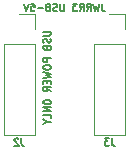
<source format=gbr>
%TF.GenerationSoftware,KiCad,Pcbnew,(6.0.1)*%
%TF.CreationDate,2022-03-20T21:24:39-04:00*%
%TF.ProjectId,jwrr3-usb-5v,6a777272-332d-4757-9362-2d35762e6b69,rev?*%
%TF.SameCoordinates,Original*%
%TF.FileFunction,Legend,Bot*%
%TF.FilePolarity,Positive*%
%FSLAX46Y46*%
G04 Gerber Fmt 4.6, Leading zero omitted, Abs format (unit mm)*
G04 Created by KiCad (PCBNEW (6.0.1)) date 2022-03-20 21:24:39*
%MOMM*%
%LPD*%
G01*
G04 APERTURE LIST*
%ADD10C,0.150000*%
%ADD11C,0.120000*%
G04 APERTURE END LIST*
D10*
X118871428Y-66232571D02*
X119357142Y-66232571D01*
X119414285Y-66261142D01*
X119442857Y-66289714D01*
X119471428Y-66346857D01*
X119471428Y-66461142D01*
X119442857Y-66518285D01*
X119414285Y-66546857D01*
X119357142Y-66575428D01*
X118871428Y-66575428D01*
X119442857Y-66832571D02*
X119471428Y-66918285D01*
X119471428Y-67061142D01*
X119442857Y-67118285D01*
X119414285Y-67146857D01*
X119357142Y-67175428D01*
X119300000Y-67175428D01*
X119242857Y-67146857D01*
X119214285Y-67118285D01*
X119185714Y-67061142D01*
X119157142Y-66946857D01*
X119128571Y-66889714D01*
X119100000Y-66861142D01*
X119042857Y-66832571D01*
X118985714Y-66832571D01*
X118928571Y-66861142D01*
X118900000Y-66889714D01*
X118871428Y-66946857D01*
X118871428Y-67089714D01*
X118900000Y-67175428D01*
X119157142Y-67632571D02*
X119185714Y-67718285D01*
X119214285Y-67746857D01*
X119271428Y-67775428D01*
X119357142Y-67775428D01*
X119414285Y-67746857D01*
X119442857Y-67718285D01*
X119471428Y-67661142D01*
X119471428Y-67432571D01*
X118871428Y-67432571D01*
X118871428Y-67632571D01*
X118900000Y-67689714D01*
X118928571Y-67718285D01*
X118985714Y-67746857D01*
X119042857Y-67746857D01*
X119100000Y-67718285D01*
X119128571Y-67689714D01*
X119157142Y-67632571D01*
X119157142Y-67432571D01*
X119471428Y-68489714D02*
X118871428Y-68489714D01*
X118871428Y-68718285D01*
X118900000Y-68775428D01*
X118928571Y-68804000D01*
X118985714Y-68832571D01*
X119071428Y-68832571D01*
X119128571Y-68804000D01*
X119157142Y-68775428D01*
X119185714Y-68718285D01*
X119185714Y-68489714D01*
X118871428Y-69204000D02*
X118871428Y-69318285D01*
X118900000Y-69375428D01*
X118957142Y-69432571D01*
X119071428Y-69461142D01*
X119271428Y-69461142D01*
X119385714Y-69432571D01*
X119442857Y-69375428D01*
X119471428Y-69318285D01*
X119471428Y-69204000D01*
X119442857Y-69146857D01*
X119385714Y-69089714D01*
X119271428Y-69061142D01*
X119071428Y-69061142D01*
X118957142Y-69089714D01*
X118900000Y-69146857D01*
X118871428Y-69204000D01*
X118871428Y-69661142D02*
X119471428Y-69804000D01*
X119042857Y-69918285D01*
X119471428Y-70032571D01*
X118871428Y-70175428D01*
X119157142Y-70404000D02*
X119157142Y-70604000D01*
X119471428Y-70689714D02*
X119471428Y-70404000D01*
X118871428Y-70404000D01*
X118871428Y-70689714D01*
X119471428Y-71289714D02*
X119185714Y-71089714D01*
X119471428Y-70946857D02*
X118871428Y-70946857D01*
X118871428Y-71175428D01*
X118900000Y-71232571D01*
X118928571Y-71261142D01*
X118985714Y-71289714D01*
X119071428Y-71289714D01*
X119128571Y-71261142D01*
X119157142Y-71232571D01*
X119185714Y-71175428D01*
X119185714Y-70946857D01*
X118871428Y-72118285D02*
X118871428Y-72232571D01*
X118900000Y-72289714D01*
X118957142Y-72346857D01*
X119071428Y-72375428D01*
X119271428Y-72375428D01*
X119385714Y-72346857D01*
X119442857Y-72289714D01*
X119471428Y-72232571D01*
X119471428Y-72118285D01*
X119442857Y-72061142D01*
X119385714Y-72004000D01*
X119271428Y-71975428D01*
X119071428Y-71975428D01*
X118957142Y-72004000D01*
X118900000Y-72061142D01*
X118871428Y-72118285D01*
X119471428Y-72632571D02*
X118871428Y-72632571D01*
X119471428Y-72975428D01*
X118871428Y-72975428D01*
X119471428Y-73546857D02*
X119471428Y-73261142D01*
X118871428Y-73261142D01*
X119185714Y-73861142D02*
X119471428Y-73861142D01*
X118871428Y-73661142D02*
X119185714Y-73861142D01*
X118871428Y-74061142D01*
X123835714Y-63871428D02*
X123835714Y-64300000D01*
X123864285Y-64385714D01*
X123921428Y-64442857D01*
X124007142Y-64471428D01*
X124064285Y-64471428D01*
X123607142Y-63871428D02*
X123464285Y-64471428D01*
X123350000Y-64042857D01*
X123235714Y-64471428D01*
X123092857Y-63871428D01*
X122521428Y-64471428D02*
X122721428Y-64185714D01*
X122864285Y-64471428D02*
X122864285Y-63871428D01*
X122635714Y-63871428D01*
X122578571Y-63900000D01*
X122550000Y-63928571D01*
X122521428Y-63985714D01*
X122521428Y-64071428D01*
X122550000Y-64128571D01*
X122578571Y-64157142D01*
X122635714Y-64185714D01*
X122864285Y-64185714D01*
X121921428Y-64471428D02*
X122121428Y-64185714D01*
X122264285Y-64471428D02*
X122264285Y-63871428D01*
X122035714Y-63871428D01*
X121978571Y-63900000D01*
X121950000Y-63928571D01*
X121921428Y-63985714D01*
X121921428Y-64071428D01*
X121950000Y-64128571D01*
X121978571Y-64157142D01*
X122035714Y-64185714D01*
X122264285Y-64185714D01*
X121721428Y-63871428D02*
X121350000Y-63871428D01*
X121550000Y-64100000D01*
X121464285Y-64100000D01*
X121407142Y-64128571D01*
X121378571Y-64157142D01*
X121350000Y-64214285D01*
X121350000Y-64357142D01*
X121378571Y-64414285D01*
X121407142Y-64442857D01*
X121464285Y-64471428D01*
X121635714Y-64471428D01*
X121692857Y-64442857D01*
X121721428Y-64414285D01*
X120635714Y-63871428D02*
X120635714Y-64357142D01*
X120607142Y-64414285D01*
X120578571Y-64442857D01*
X120521428Y-64471428D01*
X120407142Y-64471428D01*
X120350000Y-64442857D01*
X120321428Y-64414285D01*
X120292857Y-64357142D01*
X120292857Y-63871428D01*
X120035714Y-64442857D02*
X119950000Y-64471428D01*
X119807142Y-64471428D01*
X119750000Y-64442857D01*
X119721428Y-64414285D01*
X119692857Y-64357142D01*
X119692857Y-64300000D01*
X119721428Y-64242857D01*
X119750000Y-64214285D01*
X119807142Y-64185714D01*
X119921428Y-64157142D01*
X119978571Y-64128571D01*
X120007142Y-64100000D01*
X120035714Y-64042857D01*
X120035714Y-63985714D01*
X120007142Y-63928571D01*
X119978571Y-63900000D01*
X119921428Y-63871428D01*
X119778571Y-63871428D01*
X119692857Y-63900000D01*
X119235714Y-64157142D02*
X119150000Y-64185714D01*
X119121428Y-64214285D01*
X119092857Y-64271428D01*
X119092857Y-64357142D01*
X119121428Y-64414285D01*
X119150000Y-64442857D01*
X119207142Y-64471428D01*
X119435714Y-64471428D01*
X119435714Y-63871428D01*
X119235714Y-63871428D01*
X119178571Y-63900000D01*
X119150000Y-63928571D01*
X119121428Y-63985714D01*
X119121428Y-64042857D01*
X119150000Y-64100000D01*
X119178571Y-64128571D01*
X119235714Y-64157142D01*
X119435714Y-64157142D01*
X118835714Y-64242857D02*
X118378571Y-64242857D01*
X117807142Y-63871428D02*
X118092857Y-63871428D01*
X118121428Y-64157142D01*
X118092857Y-64128571D01*
X118035714Y-64100000D01*
X117892857Y-64100000D01*
X117835714Y-64128571D01*
X117807142Y-64157142D01*
X117778571Y-64214285D01*
X117778571Y-64357142D01*
X117807142Y-64414285D01*
X117835714Y-64442857D01*
X117892857Y-64471428D01*
X118035714Y-64471428D01*
X118092857Y-64442857D01*
X118121428Y-64414285D01*
X117607142Y-63871428D02*
X117407142Y-64471428D01*
X117207142Y-63871428D01*
%TO.C,J2*%
X117000000Y-75271428D02*
X117000000Y-75700000D01*
X117028571Y-75785714D01*
X117085714Y-75842857D01*
X117171428Y-75871428D01*
X117228571Y-75871428D01*
X116742857Y-75328571D02*
X116714285Y-75300000D01*
X116657142Y-75271428D01*
X116514285Y-75271428D01*
X116457142Y-75300000D01*
X116428571Y-75328571D01*
X116400000Y-75385714D01*
X116400000Y-75442857D01*
X116428571Y-75528571D01*
X116771428Y-75871428D01*
X116400000Y-75871428D01*
%TO.C,J3*%
X124660000Y-75271428D02*
X124660000Y-75700000D01*
X124688571Y-75785714D01*
X124745714Y-75842857D01*
X124831428Y-75871428D01*
X124888571Y-75871428D01*
X124431428Y-75271428D02*
X124060000Y-75271428D01*
X124260000Y-75500000D01*
X124174285Y-75500000D01*
X124117142Y-75528571D01*
X124088571Y-75557142D01*
X124060000Y-75614285D01*
X124060000Y-75757142D01*
X124088571Y-75814285D01*
X124117142Y-75842857D01*
X124174285Y-75871428D01*
X124345714Y-75871428D01*
X124402857Y-75842857D01*
X124431428Y-75814285D01*
D11*
%TO.C,J2*%
X118170000Y-64710000D02*
X116840000Y-64710000D01*
X118170000Y-67310000D02*
X115510000Y-67310000D01*
X118170000Y-74990000D02*
X115510000Y-74990000D01*
X115510000Y-67310000D02*
X115510000Y-74990000D01*
X118170000Y-67310000D02*
X118170000Y-74990000D01*
X118170000Y-66040000D02*
X118170000Y-64710000D01*
%TO.C,J3*%
X125790000Y-66040000D02*
X125790000Y-64710000D01*
X125790000Y-64710000D02*
X124460000Y-64710000D01*
X123130000Y-67310000D02*
X123130000Y-74990000D01*
X125790000Y-74990000D02*
X123130000Y-74990000D01*
X125790000Y-67310000D02*
X123130000Y-67310000D01*
X125790000Y-67310000D02*
X125790000Y-74990000D01*
%TD*%
M02*

</source>
